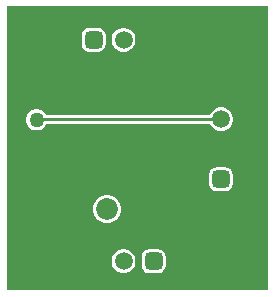
<source format=gbl>
G04*
G04 #@! TF.GenerationSoftware,Altium Limited,Altium Designer,24.7.2 (38)*
G04*
G04 Layer_Physical_Order=2*
G04 Layer_Color=16761479*
%FSAX44Y44*%
%MOMM*%
G71*
G04*
G04 #@! TF.SameCoordinates,93A25BCA-29EF-4DAC-9895-B02BB0167CD6*
G04*
G04*
G04 #@! TF.FilePolarity,Positive*
G04*
G01*
G75*
%ADD13C,0.2540*%
%ADD20C,1.8500*%
%ADD21R,1.8500X1.8500*%
%ADD26C,5.4000*%
%ADD27C,1.5000*%
G04:AMPARAMS|DCode=28|XSize=1.5mm|YSize=1.5mm|CornerRadius=0.375mm|HoleSize=0mm|Usage=FLASHONLY|Rotation=180.000|XOffset=0mm|YOffset=0mm|HoleType=Round|Shape=RoundedRectangle|*
%AMROUNDEDRECTD28*
21,1,1.5000,0.7500,0,0,180.0*
21,1,0.7500,1.5000,0,0,180.0*
1,1,0.7500,-0.3750,0.3750*
1,1,0.7500,0.3750,0.3750*
1,1,0.7500,0.3750,-0.3750*
1,1,0.7500,-0.3750,-0.3750*
%
%ADD28ROUNDEDRECTD28*%
G04:AMPARAMS|DCode=29|XSize=1.5mm|YSize=1.5mm|CornerRadius=0.375mm|HoleSize=0mm|Usage=FLASHONLY|Rotation=270.000|XOffset=0mm|YOffset=0mm|HoleType=Round|Shape=RoundedRectangle|*
%AMROUNDEDRECTD29*
21,1,1.5000,0.7500,0,0,270.0*
21,1,0.7500,1.5000,0,0,270.0*
1,1,0.7500,-0.3750,-0.3750*
1,1,0.7500,-0.3750,0.3750*
1,1,0.7500,0.3750,0.3750*
1,1,0.7500,0.3750,-0.3750*
%
%ADD29ROUNDEDRECTD29*%
%ADD30C,0.8000*%
%ADD31C,1.2700*%
%ADD32C,0.5080*%
G36*
X00946150Y00134851D02*
X00725170Y00134851D01*
X00725170Y00374881D01*
X00946150Y00374881D01*
X00946150Y00134851D01*
X00946150Y00134851D02*
G37*
%LPC*%
G36*
X00825552Y00356750D02*
X00822908Y00356750D01*
X00820355Y00356066D01*
X00818065Y00354744D01*
X00816196Y00352875D01*
X00814874Y00350585D01*
X00814190Y00348032D01*
X00814190Y00345388D01*
X00814874Y00342835D01*
X00816196Y00340545D01*
X00818065Y00338676D01*
X00820355Y00337354D01*
X00822908Y00336670D01*
X00825552Y00336670D01*
X00828105Y00337354D01*
X00830395Y00338676D01*
X00832264Y00340545D01*
X00833586Y00342835D01*
X00834270Y00345388D01*
X00834270Y00348032D01*
X00833586Y00350585D01*
X00832264Y00352875D01*
X00830395Y00354744D01*
X00828105Y00356066D01*
X00825552Y00356750D01*
X00825552Y00356750D02*
G37*
G36*
X00802580Y00356873D02*
X00795080Y00356873D01*
X00792626Y00356385D01*
X00790545Y00354995D01*
X00789155Y00352914D01*
X00788667Y00350460D01*
X00788667Y00342960D01*
X00789155Y00340506D01*
X00790545Y00338425D01*
X00792626Y00337035D01*
X00795080Y00336547D01*
X00802580Y00336547D01*
X00805034Y00337035D01*
X00807115Y00338425D01*
X00808505Y00340506D01*
X00808993Y00342960D01*
X00808993Y00350460D01*
X00808505Y00352914D01*
X00807115Y00354995D01*
X00805034Y00356385D01*
X00802580Y00356873D01*
X00802580Y00356873D02*
G37*
G36*
X00908102Y00289440D02*
X00905458Y00289440D01*
X00902905Y00288756D01*
X00900615Y00287434D01*
X00898746Y00285565D01*
X00897424Y00283275D01*
X00897363Y00283046D01*
X00758455Y00283046D01*
X00757684Y00284381D01*
X00756029Y00286036D01*
X00754001Y00287206D01*
X00751740Y00287812D01*
X00749400Y00287812D01*
X00747139Y00287206D01*
X00745111Y00286036D01*
X00743456Y00284381D01*
X00742286Y00282353D01*
X00741680Y00280092D01*
X00741680Y00277752D01*
X00742286Y00275491D01*
X00743456Y00273463D01*
X00745111Y00271808D01*
X00747139Y00270638D01*
X00749400Y00270032D01*
X00751740Y00270032D01*
X00754001Y00270638D01*
X00756029Y00271808D01*
X00757684Y00273463D01*
X00758730Y00275276D01*
X00897568Y00275276D01*
X00898746Y00273235D01*
X00900615Y00271366D01*
X00902905Y00270044D01*
X00905458Y00269360D01*
X00908102Y00269360D01*
X00910655Y00270044D01*
X00912945Y00271366D01*
X00914814Y00273235D01*
X00916136Y00275525D01*
X00916820Y00278078D01*
X00916820Y00280722D01*
X00916136Y00283275D01*
X00914814Y00285565D01*
X00912945Y00287434D01*
X00910655Y00288756D01*
X00908102Y00289440D01*
X00908102Y00289440D02*
G37*
G36*
X00910530Y00238763D02*
X00903030Y00238763D01*
X00900576Y00238275D01*
X00898495Y00236885D01*
X00897105Y00234804D01*
X00896617Y00232350D01*
X00896617Y00224850D01*
X00897105Y00222396D01*
X00898495Y00220315D01*
X00900576Y00218925D01*
X00903030Y00218437D01*
X00910530Y00218437D01*
X00912984Y00218925D01*
X00915065Y00220315D01*
X00916455Y00222396D01*
X00916943Y00224850D01*
X00916943Y00232350D01*
X00916455Y00234804D01*
X00915065Y00236885D01*
X00912984Y00238275D01*
X00910530Y00238763D01*
X00910530Y00238763D02*
G37*
G36*
X00811812Y00214990D02*
X00808708Y00214990D01*
X00805709Y00214186D01*
X00803021Y00212634D01*
X00800826Y00210439D01*
X00799274Y00207751D01*
X00798470Y00204752D01*
X00798470Y00201648D01*
X00799274Y00198649D01*
X00800826Y00195961D01*
X00803021Y00193766D01*
X00805709Y00192213D01*
X00808708Y00191410D01*
X00811812Y00191410D01*
X00814811Y00192213D01*
X00817499Y00193766D01*
X00819694Y00195961D01*
X00821246Y00198649D01*
X00822050Y00201648D01*
X00822050Y00204752D01*
X00821246Y00207751D01*
X00819694Y00210439D01*
X00817499Y00212634D01*
X00814811Y00214186D01*
X00811812Y00214990D01*
X00811812Y00214990D02*
G37*
G36*
X00825552Y00169250D02*
X00822908Y00169250D01*
X00820355Y00168566D01*
X00818065Y00167244D01*
X00816196Y00165375D01*
X00814874Y00163085D01*
X00814190Y00160532D01*
X00814190Y00157888D01*
X00814874Y00155335D01*
X00816196Y00153045D01*
X00818065Y00151176D01*
X00820355Y00149854D01*
X00822908Y00149170D01*
X00825552Y00149170D01*
X00828105Y00149854D01*
X00830395Y00151176D01*
X00832264Y00153045D01*
X00833586Y00155335D01*
X00834270Y00157888D01*
X00834270Y00160532D01*
X00833586Y00163085D01*
X00832264Y00165375D01*
X00830395Y00167244D01*
X00828105Y00168566D01*
X00825552Y00169250D01*
X00825552Y00169250D02*
G37*
G36*
X00853380Y00169373D02*
X00845880Y00169373D01*
X00843426Y00168885D01*
X00841345Y00167495D01*
X00839955Y00165414D01*
X00839467Y00162960D01*
X00839467Y00155460D01*
X00839955Y00153006D01*
X00841345Y00150925D01*
X00843426Y00149535D01*
X00845880Y00149047D01*
X00853380Y00149047D01*
X00855834Y00149535D01*
X00857915Y00150925D01*
X00859305Y00153006D01*
X00859793Y00155460D01*
X00859793Y00162960D01*
X00859305Y00165414D01*
X00857915Y00167495D01*
X00855834Y00168885D01*
X00853380Y00169373D01*
X00853380Y00169373D02*
G37*
%LPD*%
D13*
X00750570Y00278922D02*
X00750809Y00279161D01*
X00905749Y00279161D01*
X00906780Y00278130D01*
D20*
X00810260Y00203200D02*
D03*
D21*
X00810260Y00304800D02*
D03*
D26*
X00902970Y00177800D02*
D03*
X00900430Y00334010D02*
D03*
D27*
X00798830Y00159210D02*
D03*
X00824230Y00159210D02*
D03*
X00906780Y00254000D02*
D03*
X00906780Y00279400D02*
D03*
X00849630Y00346710D02*
D03*
X00824230Y00346710D02*
D03*
D28*
X00798830Y00346710D02*
D03*
X00849630Y00159210D02*
D03*
D29*
X00906780Y00228600D02*
D03*
D30*
X00740000Y00140000D02*
D03*
X00760000Y00140000D02*
D03*
X00780000Y00140000D02*
D03*
X00800000Y00140000D02*
D03*
X00820000Y00140000D02*
D03*
X00840001Y00140000D02*
D03*
X00860001Y00140000D02*
D03*
X00880001Y00140000D02*
D03*
X00900001Y00140000D02*
D03*
X00920001Y00140000D02*
D03*
X00930001Y00200000D02*
D03*
X00920001Y00220000D02*
D03*
X00930001Y00240000D02*
D03*
X00920001Y00260000D02*
D03*
X00930001Y00280000D02*
D03*
X00920001Y00300000D02*
D03*
X00900001Y00300000D02*
D03*
X00880001Y00300000D02*
D03*
X00850001Y00320000D02*
D03*
X00860001Y00300000D02*
D03*
X00840001Y00300000D02*
D03*
X00845892Y00271150D02*
D03*
X00867482Y00234320D02*
D03*
X00890001Y00240000D02*
D03*
X00850001Y00200000D02*
D03*
X00860001Y00180000D02*
D03*
X00840001Y00180000D02*
D03*
X00870001Y00160000D02*
D03*
X00811530Y00237490D02*
D03*
X00780000Y00180000D02*
D03*
X00770000Y00160000D02*
D03*
X00800000Y00180000D02*
D03*
X00750000Y00240000D02*
D03*
X00740000Y00220000D02*
D03*
X00750000Y00200000D02*
D03*
X00760000Y00180000D02*
D03*
X00740000Y00180000D02*
D03*
X00750000Y00160000D02*
D03*
X00740000Y00260000D02*
D03*
X00780000Y00300000D02*
D03*
X00750000Y00320000D02*
D03*
X00740000Y00300000D02*
D03*
X00780000Y00340000D02*
D03*
X00790000Y00360000D02*
D03*
X00810000Y00360000D02*
D03*
X00830000Y00360000D02*
D03*
X00830000Y00320000D02*
D03*
X00870001Y00360000D02*
D03*
X00930001Y00360000D02*
D03*
X00770000Y00360000D02*
D03*
X00750000Y00360000D02*
D03*
X00760000Y00340000D02*
D03*
X00740000Y00340000D02*
D03*
D31*
X00750570Y00278922D02*
D03*
D32*
X00906302Y00278922D02*
X00906780Y00279400D01*
M02*

</source>
